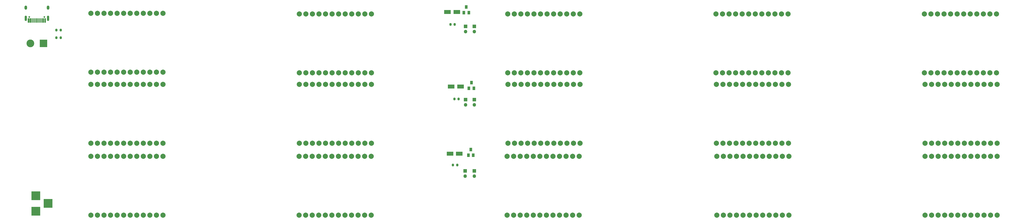
<source format=gbr>
%TF.GenerationSoftware,KiCad,Pcbnew,(6.0.11)*%
%TF.CreationDate,2023-07-11T13:36:56+02:00*%
%TF.ProjectId,T-DISPLAY-S3,542d4449-5350-44c4-9159-2d53332e6b69,1*%
%TF.SameCoordinates,Original*%
%TF.FileFunction,Soldermask,Top*%
%TF.FilePolarity,Negative*%
%FSLAX46Y46*%
G04 Gerber Fmt 4.6, Leading zero omitted, Abs format (unit mm)*
G04 Created by KiCad (PCBNEW (6.0.11)) date 2023-07-11 13:36:56*
%MOMM*%
%LPD*%
G01*
G04 APERTURE LIST*
G04 Aperture macros list*
%AMRoundRect*
0 Rectangle with rounded corners*
0 $1 Rounding radius*
0 $2 $3 $4 $5 $6 $7 $8 $9 X,Y pos of 4 corners*
0 Add a 4 corners polygon primitive as box body*
4,1,4,$2,$3,$4,$5,$6,$7,$8,$9,$2,$3,0*
0 Add four circle primitives for the rounded corners*
1,1,$1+$1,$2,$3*
1,1,$1+$1,$4,$5*
1,1,$1+$1,$6,$7*
1,1,$1+$1,$8,$9*
0 Add four rect primitives between the rounded corners*
20,1,$1+$1,$2,$3,$4,$5,0*
20,1,$1+$1,$4,$5,$6,$7,0*
20,1,$1+$1,$6,$7,$8,$9,0*
20,1,$1+$1,$8,$9,$2,$3,0*%
G04 Aperture macros list end*
%ADD10R,1.000000X1.400000*%
%ADD11R,1.350000X1.350000*%
%ADD12O,1.350000X1.350000*%
%ADD13RoundRect,0.250000X-1.050000X-0.550000X1.050000X-0.550000X1.050000X0.550000X-1.050000X0.550000X0*%
%ADD14R,3.500000X3.500000*%
%ADD15C,0.650000*%
%ADD16R,0.300000X1.750000*%
%ADD17O,0.900000X2.100000*%
%ADD18O,1.000000X1.600000*%
%ADD19C,2.000000*%
%ADD20R,3.000000X3.000000*%
%ADD21C,3.000000*%
%ADD22RoundRect,0.200000X-0.200000X-0.275000X0.200000X-0.275000X0.200000X0.275000X-0.200000X0.275000X0*%
G04 APERTURE END LIST*
D10*
%TO.C,Q3*%
X273939000Y-249809000D03*
X275839000Y-249809000D03*
X274889000Y-247609000D03*
%TD*%
D11*
%TO.C,J4*%
X272796000Y-199787000D03*
D12*
X272796000Y-201787000D03*
%TD*%
D10*
%TO.C,Q2*%
X274132000Y-223815000D03*
X276032000Y-223815000D03*
X275082000Y-221615000D03*
%TD*%
D13*
%TO.C,C2*%
X267272000Y-223139000D03*
X270872000Y-223139000D03*
%TD*%
%TO.C,C3*%
X266783000Y-249174000D03*
X270383000Y-249174000D03*
%TD*%
D14*
%TO.C,J3*%
X106315000Y-265526000D03*
X106315000Y-271526000D03*
X111015000Y-268526000D03*
%TD*%
D11*
%TO.C,J6*%
X272796000Y-228235000D03*
D12*
X272796000Y-230235000D03*
%TD*%
D15*
%TO.C,J2*%
X109570000Y-196120000D03*
X103790000Y-196120000D03*
D16*
X110030000Y-197460000D03*
X109230000Y-197460000D03*
X107930000Y-197460000D03*
X106930000Y-197460000D03*
X106430000Y-197460000D03*
X105430000Y-197460000D03*
X104130000Y-197460000D03*
X103330000Y-197460000D03*
X103630000Y-197460000D03*
X104430000Y-197460000D03*
X104930000Y-197460000D03*
X105930000Y-197460000D03*
X107430000Y-197460000D03*
X108430000Y-197460000D03*
X108930000Y-197460000D03*
X109730000Y-197460000D03*
D17*
X111000000Y-196620000D03*
X102360000Y-196620000D03*
D18*
X111000000Y-192440000D03*
X102360000Y-192440000D03*
%TD*%
D19*
%TO.C,U1*%
X127660400Y-194640201D03*
X130200400Y-194640201D03*
X132740400Y-194640201D03*
X135280400Y-194640201D03*
X137820400Y-194640201D03*
X140360400Y-194640201D03*
X142900400Y-194640201D03*
X145440400Y-194640201D03*
X147980400Y-194640201D03*
X150520400Y-194640201D03*
X153060400Y-194640201D03*
X155600400Y-194640201D03*
X127660400Y-217502065D03*
X130200400Y-217502065D03*
X132740400Y-217502065D03*
X135280400Y-217502065D03*
X137820400Y-217502065D03*
X140360400Y-217502065D03*
X142900400Y-217502065D03*
X145440400Y-217502065D03*
X147980400Y-217502065D03*
X150520400Y-217502065D03*
X153060400Y-217502065D03*
X155600400Y-217502065D03*
%TD*%
%TO.C,U11*%
X127635000Y-250190000D03*
X130175000Y-250190000D03*
X132715000Y-250190000D03*
X135255000Y-250190000D03*
X137795000Y-250190000D03*
X140335000Y-250190000D03*
X142875000Y-250190000D03*
X145415000Y-250190000D03*
X147955000Y-250190000D03*
X150495000Y-250190000D03*
X153035000Y-250190000D03*
X155575000Y-250190000D03*
X127635000Y-273051864D03*
X130175000Y-273051864D03*
X132715000Y-273051864D03*
X135255000Y-273051864D03*
X137795000Y-273051864D03*
X140335000Y-273051864D03*
X142875000Y-273051864D03*
X145415000Y-273051864D03*
X147955000Y-273051864D03*
X150495000Y-273051864D03*
X153035000Y-273051864D03*
X155575000Y-273051864D03*
%TD*%
%TO.C,U7*%
X208438750Y-222250000D03*
X210978750Y-222250000D03*
X213518750Y-222250000D03*
X216058750Y-222250000D03*
X218598750Y-222250000D03*
X221138750Y-222250000D03*
X223678750Y-222250000D03*
X226218750Y-222250000D03*
X228758750Y-222250000D03*
X231298750Y-222250000D03*
X233838750Y-222250000D03*
X236378750Y-222250000D03*
X208438750Y-245111864D03*
X210978750Y-245111864D03*
X213518750Y-245111864D03*
X216058750Y-245111864D03*
X218598750Y-245111864D03*
X221138750Y-245111864D03*
X223678750Y-245111864D03*
X226218750Y-245111864D03*
X228758750Y-245111864D03*
X231298750Y-245111864D03*
X233838750Y-245111864D03*
X236378750Y-245111864D03*
%TD*%
%TO.C,U2*%
X208407000Y-194945000D03*
X210947000Y-194945000D03*
X213487000Y-194945000D03*
X216027000Y-194945000D03*
X218567000Y-194945000D03*
X221107000Y-194945000D03*
X223647000Y-194945000D03*
X226187000Y-194945000D03*
X228727000Y-194945000D03*
X231267000Y-194945000D03*
X233807000Y-194945000D03*
X236347000Y-194945000D03*
X208407000Y-217806864D03*
X210947000Y-217806864D03*
X213487000Y-217806864D03*
X216027000Y-217806864D03*
X218567000Y-217806864D03*
X221107000Y-217806864D03*
X223647000Y-217806864D03*
X226187000Y-217806864D03*
X228727000Y-217806864D03*
X231267000Y-217806864D03*
X233807000Y-217806864D03*
X236347000Y-217806864D03*
%TD*%
%TO.C,U12*%
X208280000Y-250190000D03*
X210820000Y-250190000D03*
X213360000Y-250190000D03*
X215900000Y-250190000D03*
X218440000Y-250190000D03*
X220980000Y-250190000D03*
X223520000Y-250190000D03*
X226060000Y-250190000D03*
X228600000Y-250190000D03*
X231140000Y-250190000D03*
X233680000Y-250190000D03*
X236220000Y-250190000D03*
X208280000Y-273051864D03*
X210820000Y-273051864D03*
X213360000Y-273051864D03*
X215900000Y-273051864D03*
X218440000Y-273051864D03*
X220980000Y-273051864D03*
X223520000Y-273051864D03*
X226060000Y-273051864D03*
X228600000Y-273051864D03*
X231140000Y-273051864D03*
X233680000Y-273051864D03*
X236220000Y-273051864D03*
%TD*%
%TO.C,U5*%
X450646800Y-194945000D03*
X453186800Y-194945000D03*
X455726800Y-194945000D03*
X458266800Y-194945000D03*
X460806800Y-194945000D03*
X463346800Y-194945000D03*
X465886800Y-194945000D03*
X468426800Y-194945000D03*
X470966800Y-194945000D03*
X473506800Y-194945000D03*
X476046800Y-194945000D03*
X478586800Y-194945000D03*
X450646800Y-217806864D03*
X453186800Y-217806864D03*
X455726800Y-217806864D03*
X458266800Y-217806864D03*
X460806800Y-217806864D03*
X463346800Y-217806864D03*
X465886800Y-217806864D03*
X468426800Y-217806864D03*
X470966800Y-217806864D03*
X473506800Y-217806864D03*
X476046800Y-217806864D03*
X478586800Y-217806864D03*
%TD*%
%TO.C,U10*%
X450850000Y-222250000D03*
X453390000Y-222250000D03*
X455930000Y-222250000D03*
X458470000Y-222250000D03*
X461010000Y-222250000D03*
X463550000Y-222250000D03*
X466090000Y-222250000D03*
X468630000Y-222250000D03*
X471170000Y-222250000D03*
X473710000Y-222250000D03*
X476250000Y-222250000D03*
X478790000Y-222250000D03*
X450850000Y-245111864D03*
X453390000Y-245111864D03*
X455930000Y-245111864D03*
X458470000Y-245111864D03*
X461010000Y-245111864D03*
X463550000Y-245111864D03*
X466090000Y-245111864D03*
X468630000Y-245111864D03*
X471170000Y-245111864D03*
X473710000Y-245111864D03*
X476250000Y-245111864D03*
X478790000Y-245111864D03*
%TD*%
D13*
%TO.C,C1*%
X265833000Y-194142000D03*
X269433000Y-194142000D03*
%TD*%
D19*
%TO.C,U8*%
X289242500Y-222250000D03*
X291782500Y-222250000D03*
X294322500Y-222250000D03*
X296862500Y-222250000D03*
X299402500Y-222250000D03*
X301942500Y-222250000D03*
X304482500Y-222250000D03*
X307022500Y-222250000D03*
X309562500Y-222250000D03*
X312102500Y-222250000D03*
X314642500Y-222250000D03*
X317182500Y-222250000D03*
X289242500Y-245111864D03*
X291782500Y-245111864D03*
X294322500Y-245111864D03*
X296862500Y-245111864D03*
X299402500Y-245111864D03*
X301942500Y-245111864D03*
X304482500Y-245111864D03*
X307022500Y-245111864D03*
X309562500Y-245111864D03*
X312102500Y-245111864D03*
X314642500Y-245111864D03*
X317182500Y-245111864D03*
%TD*%
D10*
%TO.C,Q1*%
X272166000Y-194437000D03*
X274066000Y-194437000D03*
X273116000Y-192237000D03*
%TD*%
D11*
%TO.C,J8*%
X272669000Y-255905000D03*
D12*
X272669000Y-257905000D03*
%TD*%
D19*
%TO.C,U4*%
X369900200Y-194945000D03*
X372440200Y-194945000D03*
X374980200Y-194945000D03*
X377520200Y-194945000D03*
X380060200Y-194945000D03*
X382600200Y-194945000D03*
X385140200Y-194945000D03*
X387680200Y-194945000D03*
X390220200Y-194945000D03*
X392760200Y-194945000D03*
X395300200Y-194945000D03*
X397840200Y-194945000D03*
X369900200Y-217806864D03*
X372440200Y-217806864D03*
X374980200Y-217806864D03*
X377520200Y-217806864D03*
X380060200Y-217806864D03*
X382600200Y-217806864D03*
X385140200Y-217806864D03*
X387680200Y-217806864D03*
X390220200Y-217806864D03*
X392760200Y-217806864D03*
X395300200Y-217806864D03*
X397840200Y-217806864D03*
%TD*%
D20*
%TO.C,J1*%
X109220000Y-206375000D03*
D21*
X104140000Y-206375000D03*
%TD*%
D19*
%TO.C,U15*%
X450850000Y-250190000D03*
X453390000Y-250190000D03*
X455930000Y-250190000D03*
X458470000Y-250190000D03*
X461010000Y-250190000D03*
X463550000Y-250190000D03*
X466090000Y-250190000D03*
X468630000Y-250190000D03*
X471170000Y-250190000D03*
X473710000Y-250190000D03*
X476250000Y-250190000D03*
X478790000Y-250190000D03*
X450850000Y-273051864D03*
X453390000Y-273051864D03*
X455930000Y-273051864D03*
X458470000Y-273051864D03*
X461010000Y-273051864D03*
X463550000Y-273051864D03*
X466090000Y-273051864D03*
X468630000Y-273051864D03*
X471170000Y-273051864D03*
X473710000Y-273051864D03*
X476250000Y-273051864D03*
X478790000Y-273051864D03*
%TD*%
D11*
%TO.C,J5*%
X276225000Y-199787000D03*
D12*
X276225000Y-201787000D03*
%TD*%
D19*
%TO.C,U14*%
X370205000Y-250190000D03*
X372745000Y-250190000D03*
X375285000Y-250190000D03*
X377825000Y-250190000D03*
X380365000Y-250190000D03*
X382905000Y-250190000D03*
X385445000Y-250190000D03*
X387985000Y-250190000D03*
X390525000Y-250190000D03*
X393065000Y-250190000D03*
X395605000Y-250190000D03*
X398145000Y-250190000D03*
X370205000Y-273051864D03*
X372745000Y-273051864D03*
X375285000Y-273051864D03*
X377825000Y-273051864D03*
X380365000Y-273051864D03*
X382905000Y-273051864D03*
X385445000Y-273051864D03*
X387985000Y-273051864D03*
X390525000Y-273051864D03*
X393065000Y-273051864D03*
X395605000Y-273051864D03*
X398145000Y-273051864D03*
%TD*%
%TO.C,U3*%
X289153600Y-194945000D03*
X291693600Y-194945000D03*
X294233600Y-194945000D03*
X296773600Y-194945000D03*
X299313600Y-194945000D03*
X301853600Y-194945000D03*
X304393600Y-194945000D03*
X306933600Y-194945000D03*
X309473600Y-194945000D03*
X312013600Y-194945000D03*
X314553600Y-194945000D03*
X317093600Y-194945000D03*
X289153600Y-217806864D03*
X291693600Y-217806864D03*
X294233600Y-217806864D03*
X296773600Y-217806864D03*
X299313600Y-217806864D03*
X301853600Y-217806864D03*
X304393600Y-217806864D03*
X306933600Y-217806864D03*
X309473600Y-217806864D03*
X312013600Y-217806864D03*
X314553600Y-217806864D03*
X317093600Y-217806864D03*
%TD*%
D22*
%TO.C,R2*%
X268479000Y-227965000D03*
X270129000Y-227965000D03*
%TD*%
%TO.C,R3*%
X114275000Y-201222500D03*
X115925000Y-201222500D03*
%TD*%
%TO.C,R4*%
X114275000Y-204152500D03*
X115925000Y-204152500D03*
%TD*%
%TO.C,R1*%
X266955000Y-199009000D03*
X268605000Y-199009000D03*
%TD*%
D19*
%TO.C,U6*%
X127635000Y-222250000D03*
X130175000Y-222250000D03*
X132715000Y-222250000D03*
X135255000Y-222250000D03*
X137795000Y-222250000D03*
X140335000Y-222250000D03*
X142875000Y-222250000D03*
X145415000Y-222250000D03*
X147955000Y-222250000D03*
X150495000Y-222250000D03*
X153035000Y-222250000D03*
X155575000Y-222250000D03*
X127635000Y-245111864D03*
X130175000Y-245111864D03*
X132715000Y-245111864D03*
X135255000Y-245111864D03*
X137795000Y-245111864D03*
X140335000Y-245111864D03*
X142875000Y-245111864D03*
X145415000Y-245111864D03*
X147955000Y-245111864D03*
X150495000Y-245111864D03*
X153035000Y-245111864D03*
X155575000Y-245111864D03*
%TD*%
D11*
%TO.C,J7*%
X276225000Y-228235000D03*
D12*
X276225000Y-230235000D03*
%TD*%
D19*
%TO.C,U13*%
X288925000Y-250190000D03*
X291465000Y-250190000D03*
X294005000Y-250190000D03*
X296545000Y-250190000D03*
X299085000Y-250190000D03*
X301625000Y-250190000D03*
X304165000Y-250190000D03*
X306705000Y-250190000D03*
X309245000Y-250190000D03*
X311785000Y-250190000D03*
X314325000Y-250190000D03*
X316865000Y-250190000D03*
X288925000Y-273051864D03*
X291465000Y-273051864D03*
X294005000Y-273051864D03*
X296545000Y-273051864D03*
X299085000Y-273051864D03*
X301625000Y-273051864D03*
X304165000Y-273051864D03*
X306705000Y-273051864D03*
X309245000Y-273051864D03*
X311785000Y-273051864D03*
X314325000Y-273051864D03*
X316865000Y-273051864D03*
%TD*%
D22*
%TO.C,R5*%
X267927000Y-253619000D03*
X269577000Y-253619000D03*
%TD*%
D11*
%TO.C,J9*%
X276225000Y-255921000D03*
D12*
X276225000Y-257921000D03*
%TD*%
D19*
%TO.C,U9*%
X370046250Y-222250000D03*
X372586250Y-222250000D03*
X375126250Y-222250000D03*
X377666250Y-222250000D03*
X380206250Y-222250000D03*
X382746250Y-222250000D03*
X385286250Y-222250000D03*
X387826250Y-222250000D03*
X390366250Y-222250000D03*
X392906250Y-222250000D03*
X395446250Y-222250000D03*
X397986250Y-222250000D03*
X370046250Y-245111864D03*
X372586250Y-245111864D03*
X375126250Y-245111864D03*
X377666250Y-245111864D03*
X380206250Y-245111864D03*
X382746250Y-245111864D03*
X385286250Y-245111864D03*
X387826250Y-245111864D03*
X390366250Y-245111864D03*
X392906250Y-245111864D03*
X395446250Y-245111864D03*
X397986250Y-245111864D03*
%TD*%
M02*

</source>
